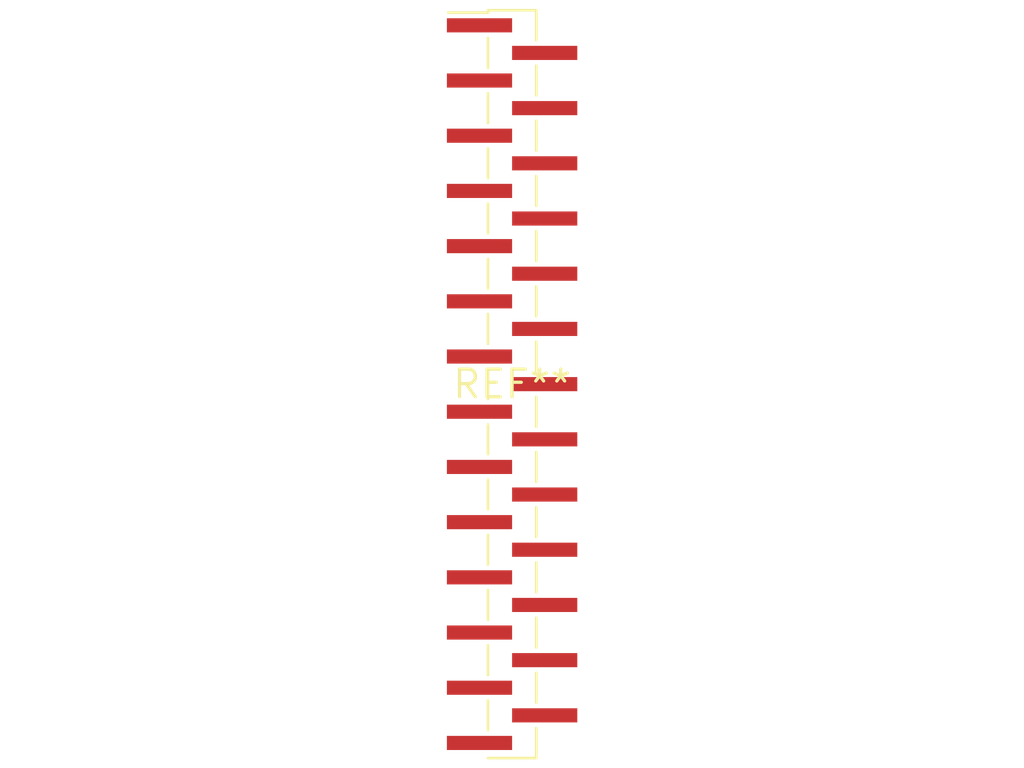
<source format=kicad_pcb>
(kicad_pcb (version 20240108) (generator pcbnew)
  (layers (0 "F.Cu" signal) (31 "B.Cu" signal) (34 "B.Paste" user) (35 "F.Paste" user) (36 "B.SilkS" user "B.Silkscreen") (37 "F.SilkS" user "F.Silkscreen") (38 "B.Mask" user) (39 "F.Mask" user) (44 "Edge.Cuts" user))
  (net 0 "")
  (footprint "PinHeader_1x27_P1.27mm_Vertical_SMD_Pin1Left" (layer "F.Cu") (at 0 0)
    (property "Reference" "REF**")
    (property "Value" "PinHeader_1x27_P1.27mm_Vertical_SMD_Pin1Left")
    (fp_line (start -1.11 -17.205) (end -1.11 -17.095) (layer "F.SilkS") (stroke (width 0.12)))
    (fp_line (start -1.11 -17.205) (end 1.11 -17.205) (layer "F.SilkS") (stroke (width 0.12)))
    (fp_line (start -1.11 -17.095) (end -2.94 -17.095) (layer "F.SilkS") (stroke (width 0.12)))
    (fp_line (start -1.11 -15.925) (end -1.11 -14.555) (layer "F.SilkS") (stroke (width 0.12)))
    (fp_line (start -1.11 -13.385) (end -1.11 -12.015) (layer "F.SilkS") (stroke (width 0.12)))
    (fp_line (start -1.11 -10.845) (end -1.11 -9.475) (layer "F.SilkS") (stroke (width 0.12)))
    (fp_line (start -1.11 -8.305) (end -1.11 -6.935) (layer "F.SilkS") (stroke (width 0.12)))
    (fp_line (start -1.11 -5.765) (end -1.11 -4.395) (layer "F.SilkS") (stroke (width 0.12)))
    (fp_line (start -1.11 -3.225) (end -1.11 -1.855) (layer "F.SilkS") (stroke (width 0.12)))
    (fp_line (start -1.11 -0.685) (end -1.11 0.685) (layer "F.SilkS") (stroke (width 0.12)))
    (fp_line (start -1.11 1.855) (end -1.11 3.225) (layer "F.SilkS") (stroke (width 0.12)))
    (fp_line (start -1.11 4.395) (end -1.11 5.765) (layer "F.SilkS") (stroke (width 0.12)))
    (fp_line (start -1.11 6.935) (end -1.11 8.305) (layer "F.SilkS") (stroke (width 0.12)))
    (fp_line (start -1.11 9.475) (end -1.11 10.845) (layer "F.SilkS") (stroke (width 0.12)))
    (fp_line (start -1.11 12.015) (end -1.11 13.385) (layer "F.SilkS") (stroke (width 0.12)))
    (fp_line (start -1.11 14.555) (end -1.11 15.925) (layer "F.SilkS") (stroke (width 0.12)))
    (fp_line (start -1.11 17.205) (end 1.11 17.205) (layer "F.SilkS") (stroke (width 0.12)))
    (fp_line (start 1.11 -17.195) (end 1.11 -15.825) (layer "F.SilkS") (stroke (width 0.12)))
    (fp_line (start 1.11 -14.655) (end 1.11 -13.285) (layer "F.SilkS") (stroke (width 0.12)))
    (fp_line (start 1.11 -12.115) (end 1.11 -10.745) (layer "F.SilkS") (stroke (width 0.12)))
    (fp_line (start 1.11 -9.575) (end 1.11 -8.205) (layer "F.SilkS") (stroke (width 0.12)))
    (fp_line (start 1.11 -7.035) (end 1.11 -5.665) (layer "F.SilkS") (stroke (width 0.12)))
    (fp_line (start 1.11 -4.495) (end 1.11 -3.125) (layer "F.SilkS") (stroke (width 0.12)))
    (fp_line (start 1.11 -1.955) (end 1.11 -0.585) (layer "F.SilkS") (stroke (width 0.12)))
    (fp_line (start 1.11 0.585) (end 1.11 1.955) (layer "F.SilkS") (stroke (width 0.12)))
    (fp_line (start 1.11 3.125) (end 1.11 4.495) (layer "F.SilkS") (stroke (width 0.12)))
    (fp_line (start 1.11 5.665) (end 1.11 7.035) (layer "F.SilkS") (stroke (width 0.12)))
    (fp_line (start 1.11 8.205) (end 1.11 9.575) (layer "F.SilkS") (stroke (width 0.12)))
    (fp_line (start 1.11 10.745) (end 1.11 12.115) (layer "F.SilkS") (stroke (width 0.12)))
    (fp_line (start 1.11 13.285) (end 1.11 14.655) (layer "F.SilkS") (stroke (width 0.12)))
    (fp_line (start 1.11 15.825) (end 1.11 17.195) (layer "F.SilkS") (stroke (width 0.12)))
    (fp_line (start 1.11 17.095) (end 1.11 17.205) (layer "F.SilkS") (stroke (width 0.12)))
    (pad "1" smd rect (at -1.5 -16.51) (size 3 0.65) (layers "F.Cu" "F.Paste" "F.Mask"))
    (pad "2" smd rect (at 1.5 -15.24) (size 3 0.65) (layers "F.Cu" "F.Paste" "F.Mask"))
    (pad "3" smd rect (at -1.5 -13.97) (size 3 0.65) (layers "F.Cu" "F.Paste" "F.Mask"))
    (pad "4" smd rect (at 1.5 -12.7) (size 3 0.65) (layers "F.Cu" "F.Paste" "F.Mask"))
    (pad "5" smd rect (at -1.5 -11.43) (size 3 0.65) (layers "F.Cu" "F.Paste" "F.Mask"))
    (pad "6" smd rect (at 1.5 -10.16) (size 3 0.65) (layers "F.Cu" "F.Paste" "F.Mask"))
    (pad "7" smd rect (at -1.5 -8.89) (size 3 0.65) (layers "F.Cu" "F.Paste" "F.Mask"))
    (pad "8" smd rect (at 1.5 -7.62) (size 3 0.65) (layers "F.Cu" "F.Paste" "F.Mask"))
    (pad "9" smd rect (at -1.5 -6.35) (size 3 0.65) (layers "F.Cu" "F.Paste" "F.Mask"))
    (pad "10" smd rect (at 1.5 -5.08) (size 3 0.65) (layers "F.Cu" "F.Paste" "F.Mask"))
    (pad "11" smd rect (at -1.5 -3.81) (size 3 0.65) (layers "F.Cu" "F.Paste" "F.Mask"))
    (pad "12" smd rect (at 1.5 -2.54) (size 3 0.65) (layers "F.Cu" "F.Paste" "F.Mask"))
    (pad "13" smd rect (at -1.5 -1.27) (size 3 0.65) (layers "F.Cu" "F.Paste" "F.Mask"))
    (pad "14" smd rect (at 1.5 0) (size 3 0.65) (layers "F.Cu" "F.Paste" "F.Mask"))
    (pad "15" smd rect (at -1.5 1.27) (size 3 0.65) (layers "F.Cu" "F.Paste" "F.Mask"))
    (pad "16" smd rect (at 1.5 2.54) (size 3 0.65) (layers "F.Cu" "F.Paste" "F.Mask"))
    (pad "17" smd rect (at -1.5 3.81) (size 3 0.65) (layers "F.Cu" "F.Paste" "F.Mask"))
    (pad "18" smd rect (at 1.5 5.08) (size 3 0.65) (layers "F.Cu" "F.Paste" "F.Mask"))
    (pad "19" smd rect (at -1.5 6.35) (size 3 0.65) (layers "F.Cu" "F.Paste" "F.Mask"))
    (pad "20" smd rect (at 1.5 7.62) (size 3 0.65) (layers "F.Cu" "F.Paste" "F.Mask"))
    (pad "21" smd rect (at -1.5 8.89) (size 3 0.65) (layers "F.Cu" "F.Paste" "F.Mask"))
    (pad "22" smd rect (at 1.5 10.16) (size 3 0.65) (layers "F.Cu" "F.Paste" "F.Mask"))
    (pad "23" smd rect (at -1.5 11.43) (size 3 0.65) (layers "F.Cu" "F.Paste" "F.Mask"))
    (pad "24" smd rect (at 1.5 12.7) (size 3 0.65) (layers "F.Cu" "F.Paste" "F.Mask"))
    (pad "25" smd rect (at -1.5 13.97) (size 3 0.65) (layers "F.Cu" "F.Paste" "F.Mask"))
    (pad "26" smd rect (at 1.5 15.24) (size 3 0.65) (layers "F.Cu" "F.Paste" "F.Mask"))
    (pad "27" smd rect (at -1.5 16.51) (size 3 0.65) (layers "F.Cu" "F.Paste" "F.Mask"))
  )
)
</source>
